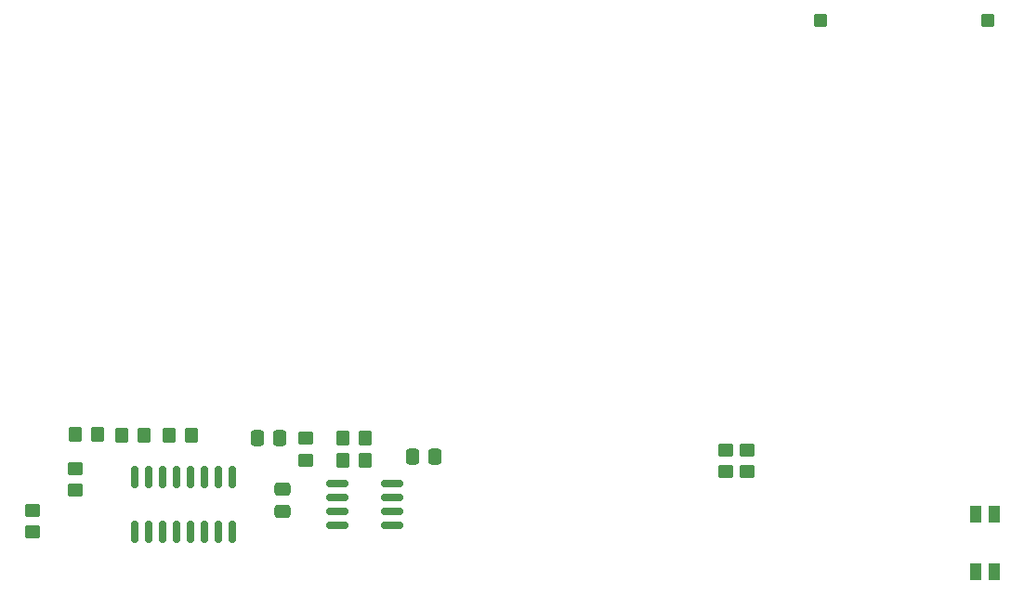
<source format=gtp>
%TF.GenerationSoftware,KiCad,Pcbnew,7.0.7-2.fc38*%
%TF.CreationDate,2023-10-08T12:30:21+05:30*%
%TF.ProjectId,tako_right,74616b6f-5f72-4696-9768-742e6b696361,rev?*%
%TF.SameCoordinates,Original*%
%TF.FileFunction,Paste,Top*%
%TF.FilePolarity,Positive*%
%FSLAX46Y46*%
G04 Gerber Fmt 4.6, Leading zero omitted, Abs format (unit mm)*
G04 Created by KiCad (PCBNEW 7.0.7-2.fc38) date 2023-10-08 12:30:21*
%MOMM*%
%LPD*%
G01*
G04 APERTURE LIST*
G04 Aperture macros list*
%AMRoundRect*
0 Rectangle with rounded corners*
0 $1 Rounding radius*
0 $2 $3 $4 $5 $6 $7 $8 $9 X,Y pos of 4 corners*
0 Add a 4 corners polygon primitive as box body*
4,1,4,$2,$3,$4,$5,$6,$7,$8,$9,$2,$3,0*
0 Add four circle primitives for the rounded corners*
1,1,$1+$1,$2,$3*
1,1,$1+$1,$4,$5*
1,1,$1+$1,$6,$7*
1,1,$1+$1,$8,$9*
0 Add four rect primitives between the rounded corners*
20,1,$1+$1,$2,$3,$4,$5,0*
20,1,$1+$1,$4,$5,$6,$7,0*
20,1,$1+$1,$6,$7,$8,$9,0*
20,1,$1+$1,$8,$9,$2,$3,0*%
G04 Aperture macros list end*
%ADD10RoundRect,0.250000X0.337500X0.475000X-0.337500X0.475000X-0.337500X-0.475000X0.337500X-0.475000X0*%
%ADD11RoundRect,0.250000X-0.450000X0.350000X-0.450000X-0.350000X0.450000X-0.350000X0.450000X0.350000X0*%
%ADD12R,1.000000X1.550000*%
%ADD13RoundRect,0.250000X0.350000X0.450000X-0.350000X0.450000X-0.350000X-0.450000X0.350000X-0.450000X0*%
%ADD14RoundRect,0.150000X-0.825000X-0.150000X0.825000X-0.150000X0.825000X0.150000X-0.825000X0.150000X0*%
%ADD15RoundRect,0.312500X-0.312500X-0.312500X0.312500X-0.312500X0.312500X0.312500X-0.312500X0.312500X0*%
%ADD16RoundRect,0.250000X-0.337500X-0.475000X0.337500X-0.475000X0.337500X0.475000X-0.337500X0.475000X0*%
%ADD17RoundRect,0.250000X0.450000X-0.350000X0.450000X0.350000X-0.450000X0.350000X-0.450000X-0.350000X0*%
%ADD18RoundRect,0.250000X0.475000X-0.337500X0.475000X0.337500X-0.475000X0.337500X-0.475000X-0.337500X0*%
%ADD19RoundRect,0.250000X-0.350000X-0.450000X0.350000X-0.450000X0.350000X0.450000X-0.350000X0.450000X0*%
%ADD20RoundRect,0.150000X0.150000X-0.825000X0.150000X0.825000X-0.150000X0.825000X-0.150000X-0.825000X0*%
%ADD21RoundRect,0.312500X0.312500X0.312500X-0.312500X0.312500X-0.312500X-0.312500X0.312500X-0.312500X0*%
G04 APERTURE END LIST*
D10*
%TO.C,C3*%
X215026049Y-97598989D03*
X212951049Y-97598989D03*
%TD*%
D11*
%TO.C,R12*%
X243439963Y-96966057D03*
X243439963Y-98966057D03*
%TD*%
D12*
%TO.C,RSW1*%
X265965971Y-102795627D03*
X265965971Y-108045627D03*
X264265971Y-102795627D03*
X264265971Y-108045627D03*
%TD*%
D13*
%TO.C,R7*%
X192804486Y-95592133D03*
X190804486Y-95592133D03*
%TD*%
D14*
%TO.C,U3*%
X206147514Y-100032135D03*
X206147514Y-101302135D03*
X206147514Y-102572135D03*
X206147514Y-103842135D03*
X211097514Y-103842135D03*
X211097514Y-102572135D03*
X211097514Y-101302135D03*
X211097514Y-100032135D03*
%TD*%
D15*
%TO.C,BAT_HOLE+1*%
X250116908Y-57819421D03*
%TD*%
D16*
%TO.C,C1*%
X198822514Y-95898991D03*
X200897514Y-95898991D03*
%TD*%
D17*
%TO.C,R9*%
X182238550Y-100648990D03*
X182238550Y-98648990D03*
%TD*%
D13*
%TO.C,R6*%
X184238547Y-95542492D03*
X182238547Y-95542492D03*
%TD*%
D18*
%TO.C,C2*%
X201122517Y-102579991D03*
X201122517Y-100504991D03*
%TD*%
D13*
%TO.C,R5*%
X188488548Y-95592136D03*
X186488548Y-95592136D03*
%TD*%
D19*
%TO.C,R10*%
X206622514Y-97898990D03*
X208622514Y-97898990D03*
%TD*%
D17*
%TO.C,R8*%
X178304486Y-104459424D03*
X178304486Y-102459424D03*
%TD*%
D20*
%TO.C,U2*%
X187677517Y-104412137D03*
X188947517Y-104412137D03*
X190217517Y-104412137D03*
X191487517Y-104412137D03*
X192757517Y-104412137D03*
X194027517Y-104412137D03*
X195297517Y-104412137D03*
X196567517Y-104412137D03*
X196567517Y-99462137D03*
X195297517Y-99462137D03*
X194027517Y-99462137D03*
X192757517Y-99462137D03*
X191487517Y-99462137D03*
X190217517Y-99462137D03*
X188947517Y-99462137D03*
X187677517Y-99462137D03*
%TD*%
D19*
%TO.C,JP1*%
X206622517Y-95898992D03*
X208622517Y-95898992D03*
%TD*%
D21*
%TO.C,BAT_HOLE-1*%
X265390409Y-57819423D03*
%TD*%
D17*
%TO.C,R11*%
X203222517Y-97898990D03*
X203222517Y-95898990D03*
%TD*%
D11*
%TO.C,R4*%
X241489549Y-96959989D03*
X241489549Y-98959989D03*
%TD*%
M02*

</source>
